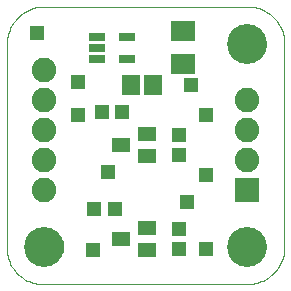
<source format=gts>
G75*
G70*
%OFA0B0*%
%FSLAX24Y24*%
%IPPOS*%
%LPD*%
%AMOC8*
5,1,8,0,0,1.08239X$1,22.5*
%
%ADD10C,0.0000*%
%ADD11C,0.1330*%
%ADD12C,0.0820*%
%ADD13R,0.0820X0.0820*%
%ADD14R,0.0552X0.0297*%
%ADD15R,0.0789X0.0710*%
%ADD16R,0.0474X0.0513*%
%ADD17R,0.0513X0.0474*%
%ADD18R,0.0631X0.0474*%
%ADD19R,0.0592X0.0671*%
%ADD20R,0.0476X0.0476*%
D10*
X000411Y001660D02*
X000409Y001594D01*
X000411Y001528D01*
X000417Y001462D01*
X000426Y001396D01*
X000439Y001331D01*
X000456Y001266D01*
X000476Y001203D01*
X000500Y001141D01*
X000527Y001081D01*
X000558Y001022D01*
X000592Y000964D01*
X000629Y000909D01*
X000669Y000856D01*
X000712Y000806D01*
X000757Y000757D01*
X000806Y000712D01*
X000856Y000669D01*
X000909Y000629D01*
X000964Y000592D01*
X001022Y000558D01*
X001081Y000527D01*
X001141Y000500D01*
X001203Y000476D01*
X001266Y000456D01*
X001331Y000439D01*
X001396Y000426D01*
X001462Y000417D01*
X001528Y000411D01*
X001594Y000409D01*
X001660Y000411D01*
X001660Y000410D02*
X008410Y000410D01*
X008478Y000412D01*
X008545Y000417D01*
X008612Y000426D01*
X008679Y000439D01*
X008744Y000456D01*
X008809Y000475D01*
X008873Y000499D01*
X008935Y000526D01*
X008996Y000556D01*
X009054Y000589D01*
X009111Y000625D01*
X009166Y000665D01*
X009219Y000707D01*
X009270Y000753D01*
X009317Y000800D01*
X009363Y000851D01*
X009405Y000904D01*
X009445Y000959D01*
X009481Y001016D01*
X009514Y001074D01*
X009544Y001135D01*
X009571Y001197D01*
X009595Y001261D01*
X009614Y001326D01*
X009631Y001391D01*
X009644Y001458D01*
X009653Y001525D01*
X009658Y001592D01*
X009660Y001660D01*
X009660Y008410D01*
X009658Y008478D01*
X009653Y008545D01*
X009644Y008612D01*
X009631Y008679D01*
X009614Y008744D01*
X009595Y008809D01*
X009571Y008873D01*
X009544Y008935D01*
X009514Y008996D01*
X009481Y009054D01*
X009445Y009111D01*
X009405Y009166D01*
X009363Y009219D01*
X009317Y009270D01*
X009270Y009317D01*
X009219Y009363D01*
X009166Y009405D01*
X009111Y009445D01*
X009054Y009481D01*
X008996Y009514D01*
X008935Y009544D01*
X008873Y009571D01*
X008809Y009595D01*
X008744Y009614D01*
X008679Y009631D01*
X008612Y009644D01*
X008545Y009653D01*
X008478Y009658D01*
X008410Y009660D01*
X001660Y009660D01*
X001592Y009658D01*
X001525Y009653D01*
X001458Y009644D01*
X001391Y009631D01*
X001326Y009614D01*
X001261Y009595D01*
X001197Y009571D01*
X001135Y009544D01*
X001074Y009514D01*
X001016Y009481D01*
X000959Y009445D01*
X000904Y009405D01*
X000851Y009363D01*
X000800Y009317D01*
X000753Y009270D01*
X000707Y009219D01*
X000665Y009166D01*
X000625Y009111D01*
X000589Y009054D01*
X000556Y008996D01*
X000526Y008935D01*
X000499Y008873D01*
X000475Y008809D01*
X000456Y008744D01*
X000439Y008679D01*
X000426Y008612D01*
X000417Y008545D01*
X000412Y008478D01*
X000410Y008410D01*
X000410Y001660D01*
X001035Y001660D02*
X001037Y001710D01*
X001043Y001759D01*
X001053Y001808D01*
X001066Y001855D01*
X001084Y001902D01*
X001105Y001947D01*
X001129Y001990D01*
X001157Y002031D01*
X001188Y002070D01*
X001222Y002106D01*
X001259Y002140D01*
X001299Y002170D01*
X001340Y002197D01*
X001384Y002221D01*
X001429Y002241D01*
X001476Y002257D01*
X001524Y002270D01*
X001573Y002279D01*
X001623Y002284D01*
X001672Y002285D01*
X001722Y002282D01*
X001771Y002275D01*
X001820Y002264D01*
X001867Y002250D01*
X001913Y002231D01*
X001958Y002209D01*
X002001Y002184D01*
X002041Y002155D01*
X002079Y002123D01*
X002115Y002089D01*
X002148Y002051D01*
X002177Y002011D01*
X002203Y001969D01*
X002226Y001925D01*
X002245Y001879D01*
X002261Y001832D01*
X002273Y001783D01*
X002281Y001734D01*
X002285Y001685D01*
X002285Y001635D01*
X002281Y001586D01*
X002273Y001537D01*
X002261Y001488D01*
X002245Y001441D01*
X002226Y001395D01*
X002203Y001351D01*
X002177Y001309D01*
X002148Y001269D01*
X002115Y001231D01*
X002079Y001197D01*
X002041Y001165D01*
X002001Y001136D01*
X001958Y001111D01*
X001913Y001089D01*
X001867Y001070D01*
X001820Y001056D01*
X001771Y001045D01*
X001722Y001038D01*
X001672Y001035D01*
X001623Y001036D01*
X001573Y001041D01*
X001524Y001050D01*
X001476Y001063D01*
X001429Y001079D01*
X001384Y001099D01*
X001340Y001123D01*
X001299Y001150D01*
X001259Y001180D01*
X001222Y001214D01*
X001188Y001250D01*
X001157Y001289D01*
X001129Y001330D01*
X001105Y001373D01*
X001084Y001418D01*
X001066Y001465D01*
X001053Y001512D01*
X001043Y001561D01*
X001037Y001610D01*
X001035Y001660D01*
X007785Y001660D02*
X007787Y001710D01*
X007793Y001759D01*
X007803Y001808D01*
X007816Y001855D01*
X007834Y001902D01*
X007855Y001947D01*
X007879Y001990D01*
X007907Y002031D01*
X007938Y002070D01*
X007972Y002106D01*
X008009Y002140D01*
X008049Y002170D01*
X008090Y002197D01*
X008134Y002221D01*
X008179Y002241D01*
X008226Y002257D01*
X008274Y002270D01*
X008323Y002279D01*
X008373Y002284D01*
X008422Y002285D01*
X008472Y002282D01*
X008521Y002275D01*
X008570Y002264D01*
X008617Y002250D01*
X008663Y002231D01*
X008708Y002209D01*
X008751Y002184D01*
X008791Y002155D01*
X008829Y002123D01*
X008865Y002089D01*
X008898Y002051D01*
X008927Y002011D01*
X008953Y001969D01*
X008976Y001925D01*
X008995Y001879D01*
X009011Y001832D01*
X009023Y001783D01*
X009031Y001734D01*
X009035Y001685D01*
X009035Y001635D01*
X009031Y001586D01*
X009023Y001537D01*
X009011Y001488D01*
X008995Y001441D01*
X008976Y001395D01*
X008953Y001351D01*
X008927Y001309D01*
X008898Y001269D01*
X008865Y001231D01*
X008829Y001197D01*
X008791Y001165D01*
X008751Y001136D01*
X008708Y001111D01*
X008663Y001089D01*
X008617Y001070D01*
X008570Y001056D01*
X008521Y001045D01*
X008472Y001038D01*
X008422Y001035D01*
X008373Y001036D01*
X008323Y001041D01*
X008274Y001050D01*
X008226Y001063D01*
X008179Y001079D01*
X008134Y001099D01*
X008090Y001123D01*
X008049Y001150D01*
X008009Y001180D01*
X007972Y001214D01*
X007938Y001250D01*
X007907Y001289D01*
X007879Y001330D01*
X007855Y001373D01*
X007834Y001418D01*
X007816Y001465D01*
X007803Y001512D01*
X007793Y001561D01*
X007787Y001610D01*
X007785Y001660D01*
X007785Y008410D02*
X007787Y008460D01*
X007793Y008509D01*
X007803Y008558D01*
X007816Y008605D01*
X007834Y008652D01*
X007855Y008697D01*
X007879Y008740D01*
X007907Y008781D01*
X007938Y008820D01*
X007972Y008856D01*
X008009Y008890D01*
X008049Y008920D01*
X008090Y008947D01*
X008134Y008971D01*
X008179Y008991D01*
X008226Y009007D01*
X008274Y009020D01*
X008323Y009029D01*
X008373Y009034D01*
X008422Y009035D01*
X008472Y009032D01*
X008521Y009025D01*
X008570Y009014D01*
X008617Y009000D01*
X008663Y008981D01*
X008708Y008959D01*
X008751Y008934D01*
X008791Y008905D01*
X008829Y008873D01*
X008865Y008839D01*
X008898Y008801D01*
X008927Y008761D01*
X008953Y008719D01*
X008976Y008675D01*
X008995Y008629D01*
X009011Y008582D01*
X009023Y008533D01*
X009031Y008484D01*
X009035Y008435D01*
X009035Y008385D01*
X009031Y008336D01*
X009023Y008287D01*
X009011Y008238D01*
X008995Y008191D01*
X008976Y008145D01*
X008953Y008101D01*
X008927Y008059D01*
X008898Y008019D01*
X008865Y007981D01*
X008829Y007947D01*
X008791Y007915D01*
X008751Y007886D01*
X008708Y007861D01*
X008663Y007839D01*
X008617Y007820D01*
X008570Y007806D01*
X008521Y007795D01*
X008472Y007788D01*
X008422Y007785D01*
X008373Y007786D01*
X008323Y007791D01*
X008274Y007800D01*
X008226Y007813D01*
X008179Y007829D01*
X008134Y007849D01*
X008090Y007873D01*
X008049Y007900D01*
X008009Y007930D01*
X007972Y007964D01*
X007938Y008000D01*
X007907Y008039D01*
X007879Y008080D01*
X007855Y008123D01*
X007834Y008168D01*
X007816Y008215D01*
X007803Y008262D01*
X007793Y008311D01*
X007787Y008360D01*
X007785Y008410D01*
D11*
X008410Y008410D03*
X008410Y001660D03*
X001660Y001660D03*
D12*
X001660Y003535D03*
X001660Y004535D03*
X001660Y005535D03*
X001660Y006535D03*
X001660Y007535D03*
X008410Y006535D03*
X008410Y005535D03*
X008410Y004535D03*
D13*
X008410Y003535D03*
D14*
X004422Y007911D03*
X004422Y008659D03*
X003398Y008659D03*
X003398Y008285D03*
X003398Y007911D03*
D15*
X006285Y007734D03*
X006285Y008836D03*
D16*
X004245Y006160D03*
X003575Y006160D03*
X003325Y002910D03*
X003995Y002910D03*
D17*
X006160Y002245D03*
X006160Y001575D03*
X006160Y004700D03*
X006160Y005370D03*
D18*
X005093Y005409D03*
X005093Y004661D03*
X004227Y005035D03*
X005093Y002284D03*
X005093Y001536D03*
X004227Y001910D03*
D19*
X004536Y007035D03*
X005284Y007035D03*
D20*
X006535Y007035D03*
X007035Y006035D03*
X007035Y004035D03*
X006410Y003160D03*
X007035Y001575D03*
X003785Y004160D03*
X002785Y006035D03*
X002785Y007160D03*
X001410Y008785D03*
X003285Y001535D03*
M02*

</source>
